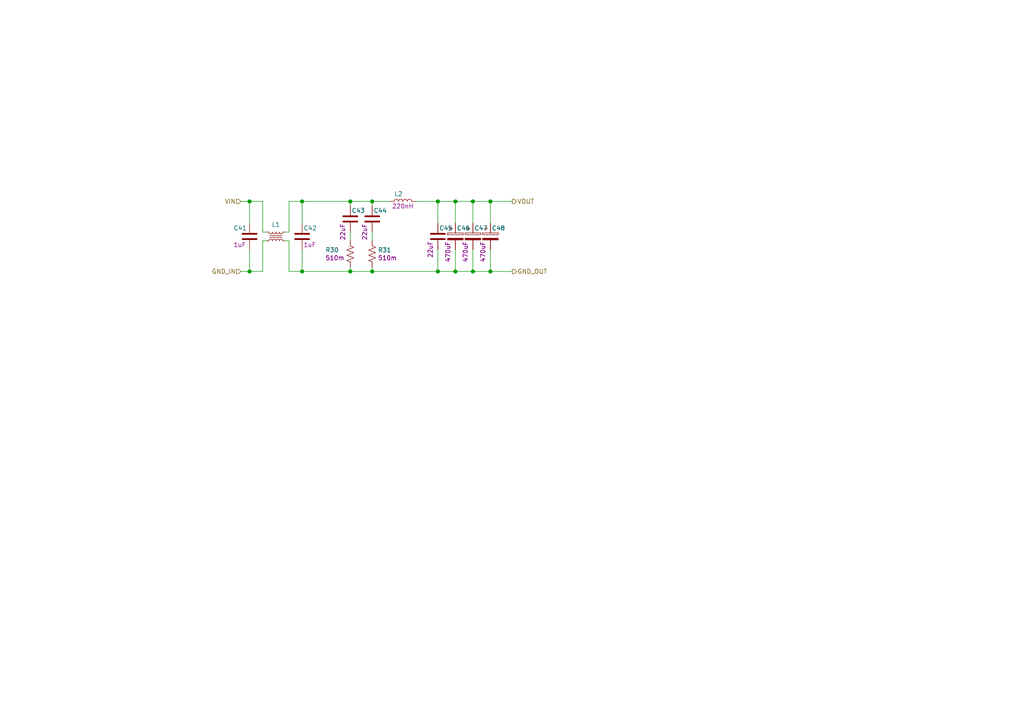
<source format=kicad_sch>
(kicad_sch (version 20210406) (generator eeschema)
  (paper "A4")
  (lib_symbols
    (symbol "mte_usb_hub:ACM1211-701-2PL-TL01" (pin_numbers hide) (pin_names (offset 0.254) hide)
      (property "Reference" "L" (at 0 3.175 0))
      (symbol "ACM1211-701-2PL-TL01_0_1"
        (arc (start -1.016 -1.27) (end -2.032 -1.27) (radius (at -1.524 -1.27) (length 0.508) (angles 0.1 179.9)))
        (arc (start -2.032 1.27) (end -1.016 1.27) (radius (at -1.524 1.27) (length 0.508) (angles -179.9 -0.1)))
        (arc (start 0 -1.27) (end -1.016 -1.27) (radius (at -0.508 -1.27) (length 0.508) (angles 0.1 179.9)))
        (arc (start -1.016 1.27) (end 0 1.27) (radius (at -0.508 1.27) (length 0.508) (angles -179.9 -0.1)))
        (arc (start 1.016 -1.27) (end 0 -1.27) (radius (at 0.508 -1.27) (length 0.508) (angles 0.1 179.9)))
        (arc (start 0 1.27) (end 1.016 1.27) (radius (at 0.508 1.27) (length 0.508) (angles -179.9 -0.1)))
        (arc (start 2.032 -1.27) (end 1.016 -1.27) (radius (at 1.524 -1.27) (length 0.508) (angles 0.1 179.9)))
        (arc (start 1.016 1.27) (end 2.032 1.27) (radius (at 1.524 1.27) (length 0.508) (angles -179.9 -0.1)))
        (polyline (pts (xy 1.778 -0.254) (xy -1.778 -0.254)))
        (polyline (pts (xy 1.778 0.254) (xy -1.778 0.254)))
      )
      (symbol "ACM1211-701-2PL-TL01_1_1"
        (pin passive line (at -2.54 1.27 0) (length 0.508) (name "1") (number "1"))
        (pin passive line (at -2.54 -1.27 0) (length 0.508) (name "2") (number "2"))
        (pin passive line (at 2.54 -1.27 180) (length 0.508) (name "3") (number "3"))
        (pin passive line (at 2.54 1.27 180) (length 0.508) (name "4") (number "4"))
      )
    )
    (symbol "mte_usb_hub:CC0603KRX5R9BB105" (pin_numbers hide) (pin_names (offset 0.254))
      (property "Reference" "C" (at 0.635 2.54 0))
      (property "id" "1uF" (at -3.81 2.54 0))
      (symbol "CC0603KRX5R9BB105_0_1"
        (polyline (pts (xy -2.032 -0.762) (xy 2.032 -0.762)) (stroke (width 0.508)))
        (polyline (pts (xy -2.032 0.762) (xy 2.032 0.762)) (stroke (width 0.508)))
      )
      (symbol "CC0603KRX5R9BB105_1_1"
        (pin passive line (at 0 3.81 270) (length 2.794) (name "~") (number "1"))
        (pin passive line (at 0 -3.81 90) (length 2.794) (name "~") (number "2"))
      )
    )
    (symbol "mte_usb_hub:EEE-HAE471UAP" (pin_numbers hide) (pin_names (offset 0.254))
      (property "Reference" "C" (at 0.635 2.54 0))
      (property "id" "470uF" (at 5.08 0 0))
      (symbol "EEE-HAE471UAP_0_1"
        (rectangle (start -2.286 0.508) (end -2.286 1.016))
        (rectangle (start -2.286 0.508) (end 2.286 0.508))
        (rectangle (start 2.286 1.016) (end -2.286 1.016))
        (rectangle (start 2.286 1.016) (end 2.286 0.508))
        (rectangle (start 2.286 -0.508) (end -2.286 -1.016) (fill (type outline)))
        (polyline (pts (xy -1.778 2.286) (xy -0.762 2.286)))
        (polyline (pts (xy -1.27 2.794) (xy -1.27 1.778)))
      )
      (symbol "EEE-HAE471UAP_1_1"
        (pin passive line (at 0 3.81 270) (length 2.794) (name "~") (number "1"))
        (pin passive line (at 0 -3.81 90) (length 2.794) (name "~") (number "2"))
      )
    )
    (symbol "mte_usb_hub:FCUL0624-H-R22M=P3" (pin_numbers hide) (pin_names (offset 1.016) hide)
      (property "Reference" "L" (at -1.27 -1.27 90))
      (property "id" "220nH" (at 2.54 0 90))
      (symbol "FCUL0624-H-R22M=P3_0_1"
        (arc (start 0 -2.54) (end 0 -1.27) (radius (at 0 -1.905) (length 0.635) (angles -89.9 89.9)))
        (arc (start 0 -1.27) (end 0 0) (radius (at 0 -0.635) (length 0.635) (angles -89.9 89.9)))
        (arc (start 0 0) (end 0 1.27) (radius (at 0 0.635) (length 0.635) (angles -89.9 89.9)))
        (arc (start 0 1.27) (end 0 2.54) (radius (at 0 1.905) (length 0.635) (angles -89.9 89.9)))
      )
      (symbol "FCUL0624-H-R22M=P3_1_1"
        (pin passive line (at 0 3.81 270) (length 1.27) (name "1") (number "1"))
        (pin passive line (at 0 -3.81 90) (length 1.27) (name "2") (number "2"))
      )
    )
    (symbol "mte_usb_hub:GCJ32EC71E226KE02" (pin_numbers hide) (pin_names (offset 0.254))
      (property "Reference" "C" (at 0.635 2.54 0))
      (property "id" "22uF" (at -3.81 2.54 0))
      (symbol "GCJ32EC71E226KE02_0_1"
        (polyline (pts (xy -2.032 -0.762) (xy 2.032 -0.762)) (stroke (width 0.508)))
        (polyline (pts (xy -2.032 0.762) (xy 2.032 0.762)) (stroke (width 0.508)))
      )
      (symbol "GCJ32EC71E226KE02_1_1"
        (pin passive line (at 0 3.81 270) (length 2.794) (name "~") (number "1"))
        (pin passive line (at 0 -3.81 90) (length 2.794) (name "~") (number "2"))
      )
    )
    (symbol "mte_usb_hub:RL1206JR-070R51L" (pin_numbers hide) (pin_names (offset 0))
      (property "Reference" "R" (at 2.54 0 90))
      (property "id" "510m" (at -2.54 0 90))
      (symbol "RL1206JR-070R51L_0_1"
        (polyline (pts (xy 0 -2.286) (xy 0 -2.54)))
        (polyline (pts (xy 0 2.286) (xy 0 2.54)))
        (polyline (pts (xy 0 -0.762) (xy 1.016 -1.143) (xy 0 -1.524) (xy -1.016 -1.905) (xy 0 -2.286)))
        (polyline (pts (xy 0 0.762) (xy 1.016 0.381) (xy 0 0) (xy -1.016 -0.381) (xy 0 -0.762)))
        (polyline (pts (xy 0 2.286) (xy 1.016 1.905) (xy 0 1.524) (xy -1.016 1.143) (xy 0 0.762)))
      )
      (symbol "RL1206JR-070R51L_1_1"
        (pin passive line (at 0 3.81 270) (length 1.27) (name "~") (number "1"))
        (pin passive line (at 0 -3.81 90) (length 1.27) (name "~") (number "2"))
      )
    )
  )
  (junction (at 72.39 58.42) (diameter 1.016))
  (junction (at 72.39 78.74) (diameter 1.016))
  (junction (at 87.63 58.42) (diameter 1.016))
  (junction (at 87.63 78.74) (diameter 1.016))
  (junction (at 101.6 58.42) (diameter 1.016))
  (junction (at 101.6 78.74) (diameter 1.016))
  (junction (at 107.95 58.42) (diameter 1.016))
  (junction (at 107.95 78.74) (diameter 1.016))
  (junction (at 127 58.42) (diameter 1.016))
  (junction (at 127 78.74) (diameter 1.016))
  (junction (at 132.08 58.42) (diameter 1.016))
  (junction (at 132.08 78.74) (diameter 1.016))
  (junction (at 137.16 58.42) (diameter 1.016))
  (junction (at 137.16 78.74) (diameter 1.016))
  (junction (at 142.24 58.42) (diameter 1.016))
  (junction (at 142.24 78.74) (diameter 1.016))
  (wire (pts (xy 72.39 58.42) (xy 69.85 58.42)))
  (wire (pts (xy 72.39 64.77) (xy 72.39 58.42)))
  (wire (pts (xy 72.39 72.39) (xy 72.39 78.74)))
  (wire (pts (xy 72.39 78.74) (xy 69.85 78.74)))
  (wire (pts (xy 76.2 58.42) (xy 72.39 58.42)))
  (wire (pts (xy 76.2 67.31) (xy 76.2 58.42)))
  (wire (pts (xy 76.2 69.85) (xy 76.2 78.74)))
  (wire (pts (xy 76.2 78.74) (xy 72.39 78.74)))
  (wire (pts (xy 77.47 67.31) (xy 76.2 67.31)))
  (wire (pts (xy 77.47 69.85) (xy 76.2 69.85)))
  (wire (pts (xy 82.55 67.31) (xy 83.82 67.31)))
  (wire (pts (xy 82.55 69.85) (xy 83.82 69.85)))
  (wire (pts (xy 83.82 58.42) (xy 87.63 58.42)))
  (wire (pts (xy 83.82 67.31) (xy 83.82 58.42)))
  (wire (pts (xy 83.82 69.85) (xy 83.82 78.74)))
  (wire (pts (xy 83.82 78.74) (xy 87.63 78.74)))
  (wire (pts (xy 87.63 58.42) (xy 101.6 58.42)))
  (wire (pts (xy 87.63 64.77) (xy 87.63 58.42)))
  (wire (pts (xy 87.63 78.74) (xy 87.63 72.39)))
  (wire (pts (xy 87.63 78.74) (xy 101.6 78.74)))
  (wire (pts (xy 101.6 58.42) (xy 107.95 58.42)))
  (wire (pts (xy 101.6 59.69) (xy 101.6 58.42)))
  (wire (pts (xy 101.6 67.31) (xy 101.6 69.85)))
  (wire (pts (xy 101.6 78.74) (xy 101.6 77.47)))
  (wire (pts (xy 107.95 58.42) (xy 107.95 59.69)))
  (wire (pts (xy 107.95 67.31) (xy 107.95 69.85)))
  (wire (pts (xy 107.95 77.47) (xy 107.95 78.74)))
  (wire (pts (xy 107.95 78.74) (xy 101.6 78.74)))
  (wire (pts (xy 113.03 58.42) (xy 107.95 58.42)))
  (wire (pts (xy 127 58.42) (xy 120.65 58.42)))
  (wire (pts (xy 127 58.42) (xy 127 64.77)))
  (wire (pts (xy 127 58.42) (xy 132.08 58.42)))
  (wire (pts (xy 127 72.39) (xy 127 78.74)))
  (wire (pts (xy 127 78.74) (xy 107.95 78.74)))
  (wire (pts (xy 127 78.74) (xy 132.08 78.74)))
  (wire (pts (xy 132.08 58.42) (xy 132.08 64.77)))
  (wire (pts (xy 132.08 58.42) (xy 137.16 58.42)))
  (wire (pts (xy 132.08 72.39) (xy 132.08 78.74)))
  (wire (pts (xy 132.08 78.74) (xy 137.16 78.74)))
  (wire (pts (xy 137.16 58.42) (xy 137.16 64.77)))
  (wire (pts (xy 137.16 58.42) (xy 142.24 58.42)))
  (wire (pts (xy 137.16 72.39) (xy 137.16 78.74)))
  (wire (pts (xy 137.16 78.74) (xy 142.24 78.74)))
  (wire (pts (xy 142.24 58.42) (xy 142.24 64.77)))
  (wire (pts (xy 142.24 58.42) (xy 148.59 58.42)))
  (wire (pts (xy 142.24 72.39) (xy 142.24 78.74)))
  (wire (pts (xy 142.24 78.74) (xy 148.59 78.74)))
  (hierarchical_label "VIN" (shape input) (at 69.85 58.42 180))
  (hierarchical_label "GND_IN" (shape input) (at 69.85 78.74 180))
  (hierarchical_label "VOUT" (shape output) (at 148.59 58.42 0))
  (hierarchical_label "GND_OUT" (shape output) (at 148.59 78.74 0))
  (symbol (lib_id "mte_usb_hub:FCUL0624-H-R22M=P3") (at 116.84 58.42 90) (unit 1)
    (property "Reference" "L2" (at 115.57 56.2418 90))
    (property "Value" "FCUL0624-H-R22M=P3" (effects hide))
    (property "id" "220nH" (at 116.84 59.8105 90))
    (property "manf" "Murata Electronics" (effects hide))
  )
  (symbol (lib_id "mte_usb_hub:RL1206JR-070R51L") (at 101.6 73.66 0) (unit 1)
    (property "Reference" "R30" (at 94.3611 72.5106 0) (effects (justify left)))
    (property "Value" "RL1206JR-070R51L" (effects hide))
    (property "Footprint" "footprints:RESISTOR_1206N" (effects hide))
    (property "id" "510m" (at 94.3611 74.8093 0) (effects (justify left)))
    (property "manf" "Yageo" (effects hide))
  )
  (symbol (lib_id "mte_usb_hub:RL1206JR-070R51L") (at 107.95 73.66 0) (unit 1)
    (property "Reference" "R31" (at 109.6011 72.5106 0) (effects (justify left)))
    (property "Value" "RL1206JR-070R51L" (effects hide))
    (property "Footprint" "footprints:RESISTOR_1206N" (effects hide))
    (property "id" "510m" (at 109.6011 74.8093 0) (effects (justify left)))
    (property "manf" "Yageo" (effects hide))
  )
  (symbol (lib_id "mte_usb_hub:ACM1211-701-2PL-TL01") (at 80.01 68.58 0) (unit 1)
    (property "Reference" "L1" (at 80.01 65.1446 0))
    (property "Value" "ACM1211-701-2PL-TL01" (effects hide))
    (property "Footprint" "footprints:ACM1211-701-2PL-TL01" (effects hide))
    (property "Datasheet" "${MTE_LIB_DIR}/datasheets/cmf_commercial_power_acm1211_en.pdf" (effects hide))
    (property "id" "8A" (effects hide))
    (property "manf" "TDK Corporation" (effects hide))
  )
  (symbol (lib_id "mte_usb_hub:CC0603KRX5R9BB105") (at 72.39 68.58 0) (unit 1)
    (property "Reference" "C41" (at 67.6911 66.1606 0) (effects (justify left)))
    (property "Value" "CC0603KRX5R9BB105" (effects hide))
    (property "Footprint" "footprints:CAPACITOR_0603N" (effects hide))
    (property "Datasheet" "${MTE_LIB_DIR}/datasheets/UPY-GPHC_X5R_4V-to-50V_26.pdf" (effects hide))
    (property "id" "1uF" (at 67.6911 70.9993 0) (effects (justify left)))
  )
  (symbol (lib_id "mte_usb_hub:CC0603KRX5R9BB105") (at 87.63 68.58 0) (unit 1)
    (property "Reference" "C42" (at 88.0111 66.1606 0) (effects (justify left)))
    (property "Value" "CC0603KRX5R9BB105" (effects hide))
    (property "Footprint" "footprints:CAPACITOR_0603N" (effects hide))
    (property "Datasheet" "${MTE_LIB_DIR}/datasheets/UPY-GPHC_X5R_4V-to-50V_26.pdf" (effects hide))
    (property "id" "1uF" (at 88.0111 70.9993 0) (effects (justify left)))
  )
  (symbol (lib_id "mte_usb_hub:GCJ32EC71E226KE02") (at 101.6 63.5 0) (unit 1)
    (property "Reference" "C43" (at 101.9811 61.0806 0) (effects (justify left)))
    (property "Value" "GCJ32EC71E226KE02" (effects hide))
    (property "Footprint" "footprints:CAPACITOR_1210N" (effects hide))
    (property "id" "22uF" (at 99.4411 69.7293 90) (effects (justify left)))
    (property "manf" "Murata Electronics" (effects hide))
  )
  (symbol (lib_id "mte_usb_hub:GCJ32EC71E226KE02") (at 107.95 63.5 0) (unit 1)
    (property "Reference" "C44" (at 108.3311 61.0806 0) (effects (justify left)))
    (property "Value" "GCJ32EC71E226KE02" (effects hide))
    (property "Footprint" "footprints:CAPACITOR_1210N" (effects hide))
    (property "id" "22uF" (at 105.7911 69.7293 90) (effects (justify left)))
    (property "manf" "Murata Electronics" (effects hide))
  )
  (symbol (lib_id "mte_usb_hub:GCJ32EC71E226KE02") (at 127 68.58 0) (unit 1)
    (property "Reference" "C45" (at 127.3811 66.1606 0) (effects (justify left)))
    (property "Value" "GCJ32EC71E226KE02" (effects hide))
    (property "Footprint" "footprints:CAPACITOR_1210N" (effects hide))
    (property "id" "22uF" (at 124.8411 74.8093 90) (effects (justify left)))
    (property "manf" "Murata Electronics" (effects hide))
  )
  (symbol (lib_id "mte_usb_hub:EEE-HAE471UAP") (at 132.08 68.58 0) (unit 1)
    (property "Reference" "C46" (at 132.4611 66.1606 0) (effects (justify left)))
    (property "Value" "EEE-HAE471UAP" (effects hide))
    (property "id" "470uF" (at 129.9211 76.0793 90) (effects (justify left)))
    (property "manf" "Panasonic Electronic Components" (effects hide))
  )
  (symbol (lib_id "mte_usb_hub:EEE-HAE471UAP") (at 137.16 68.58 0) (unit 1)
    (property "Reference" "C47" (at 137.5411 66.1606 0) (effects (justify left)))
    (property "Value" "EEE-HAE471UAP" (effects hide))
    (property "id" "470uF" (at 135.0011 76.0793 90) (effects (justify left)))
    (property "manf" "Panasonic Electronic Components" (effects hide))
  )
  (symbol (lib_id "mte_usb_hub:EEE-HAE471UAP") (at 142.24 68.58 0) (unit 1)
    (property "Reference" "C48" (at 142.6211 66.1606 0) (effects (justify left)))
    (property "Value" "EEE-HAE471UAP" (effects hide))
    (property "id" "470uF" (at 140.0811 76.0793 90) (effects (justify left)))
    (property "manf" "Panasonic Electronic Components" (effects hide))
  )
)
</source>
